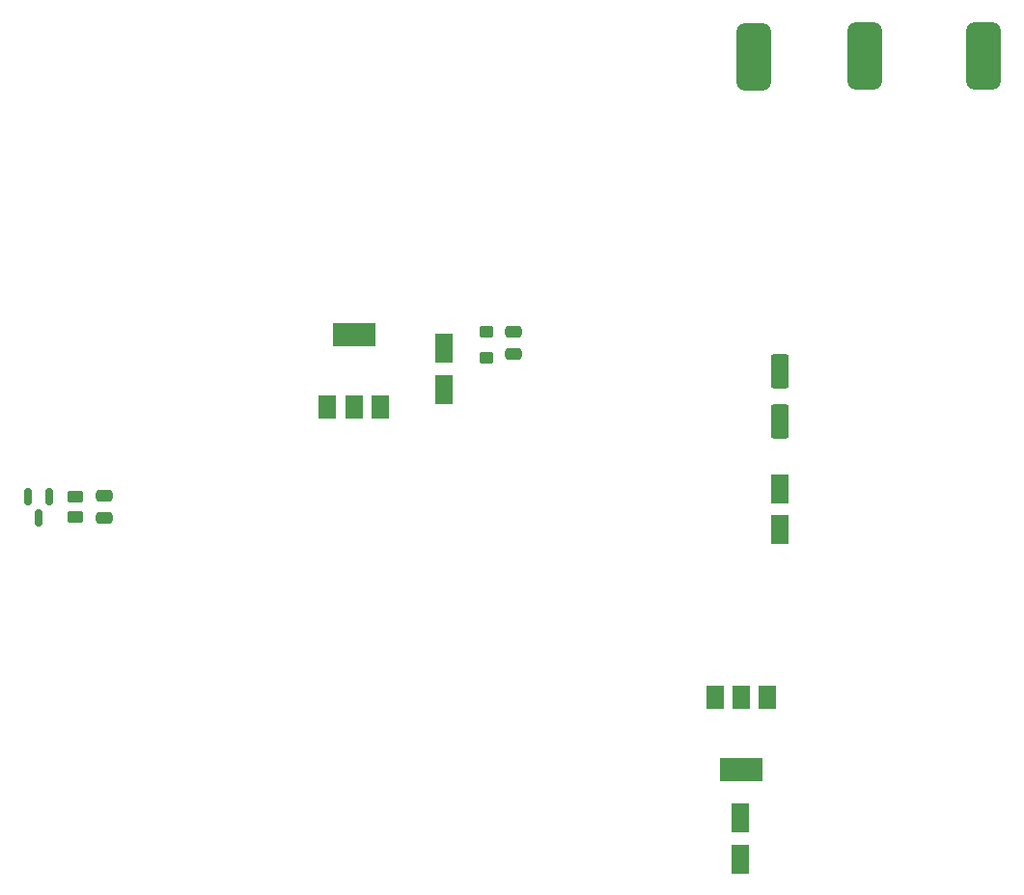
<source format=gbr>
%TF.GenerationSoftware,KiCad,Pcbnew,7.0.1*%
%TF.CreationDate,2023-03-30T14:31:40+01:00*%
%TF.ProjectId,DevBoard,44657642-6f61-4726-942e-6b696361645f,rev?*%
%TF.SameCoordinates,Original*%
%TF.FileFunction,Paste,Bot*%
%TF.FilePolarity,Positive*%
%FSLAX46Y46*%
G04 Gerber Fmt 4.6, Leading zero omitted, Abs format (unit mm)*
G04 Created by KiCad (PCBNEW 7.0.1) date 2023-03-30 14:31:40*
%MOMM*%
%LPD*%
G01*
G04 APERTURE LIST*
G04 Aperture macros list*
%AMRoundRect*
0 Rectangle with rounded corners*
0 $1 Rounding radius*
0 $2 $3 $4 $5 $6 $7 $8 $9 X,Y pos of 4 corners*
0 Add a 4 corners polygon primitive as box body*
4,1,4,$2,$3,$4,$5,$6,$7,$8,$9,$2,$3,0*
0 Add four circle primitives for the rounded corners*
1,1,$1+$1,$2,$3*
1,1,$1+$1,$4,$5*
1,1,$1+$1,$6,$7*
1,1,$1+$1,$8,$9*
0 Add four rect primitives between the rounded corners*
20,1,$1+$1,$2,$3,$4,$5,0*
20,1,$1+$1,$4,$5,$6,$7,0*
20,1,$1+$1,$6,$7,$8,$9,0*
20,1,$1+$1,$8,$9,$2,$3,0*%
G04 Aperture macros list end*
%ADD10RoundRect,0.750000X-0.750000X-2.250000X0.750000X-2.250000X0.750000X2.250000X-0.750000X2.250000X0*%
%ADD11RoundRect,0.250000X0.550000X-1.250000X0.550000X1.250000X-0.550000X1.250000X-0.550000X-1.250000X0*%
%ADD12RoundRect,0.250000X0.550000X-1.050000X0.550000X1.050000X-0.550000X1.050000X-0.550000X-1.050000X0*%
%ADD13RoundRect,0.250000X-0.550000X1.050000X-0.550000X-1.050000X0.550000X-1.050000X0.550000X1.050000X0*%
%ADD14RoundRect,0.250000X-0.475000X0.250000X-0.475000X-0.250000X0.475000X-0.250000X0.475000X0.250000X0*%
%ADD15RoundRect,0.150000X-0.150000X0.587500X-0.150000X-0.587500X0.150000X-0.587500X0.150000X0.587500X0*%
%ADD16R,1.500000X2.000000*%
%ADD17R,3.800000X2.000000*%
%ADD18RoundRect,0.250000X0.350000X-0.275000X0.350000X0.275000X-0.350000X0.275000X-0.350000X-0.275000X0*%
%ADD19RoundRect,0.250000X0.475000X-0.250000X0.475000X0.250000X-0.475000X0.250000X-0.475000X-0.250000X0*%
%ADD20RoundRect,0.250000X-0.450000X0.262500X-0.450000X-0.262500X0.450000X-0.262500X0.450000X0.262500X0*%
G04 APERTURE END LIST*
D10*
%TO.C,U7*%
X124100000Y-74975000D03*
X133800000Y-74875000D03*
X144200000Y-74875000D03*
%TD*%
D11*
%TO.C,C30*%
X126400000Y-107000000D03*
X126400000Y-102600000D03*
%TD*%
D12*
%TO.C,C31*%
X126400000Y-116500000D03*
X126400000Y-112900000D03*
%TD*%
D13*
%TO.C,C11*%
X96900000Y-100600000D03*
X96900000Y-104200000D03*
%TD*%
D14*
%TO.C,C13*%
X103000000Y-99150000D03*
X103000000Y-101050000D03*
%TD*%
D15*
%TO.C,U5*%
X60400000Y-113562500D03*
X62300000Y-113562500D03*
X61350000Y-115437500D03*
%TD*%
D13*
%TO.C,C12*%
X122900000Y-141800000D03*
X122900000Y-145400000D03*
%TD*%
D16*
%TO.C,U4*%
X120700000Y-131250000D03*
X123000000Y-131250000D03*
D17*
X123000000Y-137550000D03*
D16*
X125300000Y-131250000D03*
%TD*%
D18*
%TO.C,L1*%
X100600000Y-101450000D03*
X100600000Y-99150000D03*
%TD*%
D19*
%TO.C,C14*%
X67100000Y-115450000D03*
X67100000Y-113550000D03*
%TD*%
D20*
%TO.C,R29*%
X64600000Y-113587500D03*
X64600000Y-115412500D03*
%TD*%
D16*
%TO.C,U3*%
X91300000Y-105700000D03*
X89000000Y-105700000D03*
D17*
X89000000Y-99400000D03*
D16*
X86700000Y-105700000D03*
%TD*%
M02*

</source>
